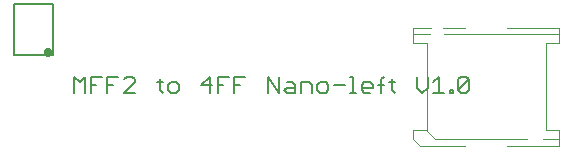
<source format=gto>
G75*
%MOIN*%
%OFA0B0*%
%FSLAX25Y25*%
%IPPOS*%
%LPD*%
%AMOC8*
5,1,8,0,0,1.08239X$1,22.5*
%
%ADD10C,0.00500*%
%ADD11C,0.00394*%
%ADD12C,0.01600*%
D10*
X0077800Y0063850D02*
X0077800Y0069355D01*
X0079635Y0067520D01*
X0081470Y0069355D01*
X0081470Y0063850D01*
X0083325Y0063850D02*
X0083325Y0069355D01*
X0086995Y0069355D01*
X0088849Y0069355D02*
X0092519Y0069355D01*
X0094374Y0068437D02*
X0095292Y0069355D01*
X0097127Y0069355D01*
X0098044Y0068437D01*
X0098044Y0067520D01*
X0094374Y0063850D01*
X0098044Y0063850D01*
X0090684Y0066602D02*
X0088849Y0066602D01*
X0088849Y0063850D02*
X0088849Y0069355D01*
X0085160Y0066602D02*
X0083325Y0066602D01*
X0105424Y0067520D02*
X0107258Y0067520D01*
X0106341Y0068437D02*
X0106341Y0064767D01*
X0107258Y0063850D01*
X0109107Y0064767D02*
X0110024Y0063850D01*
X0111859Y0063850D01*
X0112777Y0064767D01*
X0112777Y0066602D01*
X0111859Y0067520D01*
X0110024Y0067520D01*
X0109107Y0066602D01*
X0109107Y0064767D01*
X0120156Y0066602D02*
X0123826Y0066602D01*
X0125681Y0066602D02*
X0127516Y0066602D01*
X0131206Y0066602D02*
X0133040Y0066602D01*
X0131206Y0063850D02*
X0131206Y0069355D01*
X0134875Y0069355D01*
X0129351Y0069355D02*
X0125681Y0069355D01*
X0125681Y0063850D01*
X0122909Y0063850D02*
X0122909Y0069355D01*
X0120156Y0066602D01*
X0142255Y0063850D02*
X0142255Y0069355D01*
X0145925Y0063850D01*
X0145925Y0069355D01*
X0148697Y0067520D02*
X0150532Y0067520D01*
X0151450Y0066602D01*
X0151450Y0063850D01*
X0148697Y0063850D01*
X0147780Y0064767D01*
X0148697Y0065685D01*
X0151450Y0065685D01*
X0153304Y0063850D02*
X0153304Y0067520D01*
X0156057Y0067520D01*
X0156974Y0066602D01*
X0156974Y0063850D01*
X0158829Y0064767D02*
X0159747Y0063850D01*
X0161582Y0063850D01*
X0162499Y0064767D01*
X0162499Y0066602D01*
X0161582Y0067520D01*
X0159747Y0067520D01*
X0158829Y0066602D01*
X0158829Y0064767D01*
X0164354Y0066602D02*
X0168024Y0066602D01*
X0169879Y0063850D02*
X0171714Y0063850D01*
X0170796Y0063850D02*
X0170796Y0069355D01*
X0169879Y0069355D01*
X0173562Y0066602D02*
X0174479Y0067520D01*
X0176314Y0067520D01*
X0177232Y0066602D01*
X0177232Y0065685D01*
X0173562Y0065685D01*
X0173562Y0066602D02*
X0173562Y0064767D01*
X0174479Y0063850D01*
X0176314Y0063850D01*
X0180004Y0063850D02*
X0180004Y0068437D01*
X0180921Y0069355D01*
X0182770Y0067520D02*
X0184605Y0067520D01*
X0183687Y0068437D02*
X0183687Y0064767D01*
X0184605Y0063850D01*
X0180921Y0066602D02*
X0179086Y0066602D01*
X0191977Y0065685D02*
X0193812Y0063850D01*
X0195647Y0065685D01*
X0195647Y0069355D01*
X0197502Y0067520D02*
X0199337Y0069355D01*
X0199337Y0063850D01*
X0197502Y0063850D02*
X0201172Y0063850D01*
X0203027Y0063850D02*
X0203027Y0064767D01*
X0203944Y0064767D01*
X0203944Y0063850D01*
X0203027Y0063850D01*
X0205789Y0064767D02*
X0209459Y0068437D01*
X0209459Y0064767D01*
X0208542Y0063850D01*
X0206707Y0063850D01*
X0205789Y0064767D01*
X0205789Y0068437D01*
X0206707Y0069355D01*
X0208542Y0069355D01*
X0209459Y0068437D01*
X0191977Y0069355D02*
X0191977Y0065685D01*
X0070854Y0076592D02*
X0057854Y0076592D01*
X0057854Y0093592D01*
X0070854Y0093592D01*
X0070854Y0076592D01*
D11*
X0190837Y0080567D02*
X0190837Y0083520D01*
X0196546Y0083520D01*
X0196743Y0085685D02*
X0190837Y0085685D01*
X0190837Y0083520D01*
X0190837Y0080567D02*
X0195365Y0080567D01*
X0195365Y0051433D01*
X0194971Y0051433D01*
X0197924Y0048480D01*
X0228633Y0048480D01*
X0234144Y0048480D02*
X0239263Y0048480D01*
X0239263Y0046315D01*
X0221940Y0046315D01*
X0208160Y0046315D02*
X0193003Y0046315D01*
X0190837Y0048480D01*
X0190837Y0051433D01*
X0194971Y0051433D01*
X0235129Y0051433D02*
X0239263Y0051433D01*
X0239263Y0048480D01*
X0235129Y0051433D02*
X0235129Y0080567D01*
X0239263Y0080567D01*
X0239263Y0083520D01*
X0201074Y0083520D01*
X0200680Y0085685D02*
X0208160Y0085685D01*
X0221940Y0085685D02*
X0239263Y0085685D01*
X0239263Y0083520D01*
D12*
X0068364Y0077612D02*
X0068366Y0077659D01*
X0068372Y0077705D01*
X0068381Y0077751D01*
X0068395Y0077795D01*
X0068412Y0077839D01*
X0068433Y0077880D01*
X0068457Y0077920D01*
X0068484Y0077958D01*
X0068515Y0077993D01*
X0068548Y0078026D01*
X0068584Y0078056D01*
X0068623Y0078082D01*
X0068663Y0078106D01*
X0068705Y0078125D01*
X0068749Y0078142D01*
X0068794Y0078154D01*
X0068840Y0078163D01*
X0068886Y0078168D01*
X0068933Y0078169D01*
X0068979Y0078166D01*
X0069025Y0078159D01*
X0069071Y0078148D01*
X0069115Y0078134D01*
X0069158Y0078116D01*
X0069199Y0078094D01*
X0069239Y0078069D01*
X0069276Y0078041D01*
X0069311Y0078010D01*
X0069343Y0077976D01*
X0069372Y0077939D01*
X0069397Y0077901D01*
X0069420Y0077860D01*
X0069439Y0077817D01*
X0069454Y0077773D01*
X0069466Y0077728D01*
X0069474Y0077682D01*
X0069478Y0077635D01*
X0069478Y0077589D01*
X0069474Y0077542D01*
X0069466Y0077496D01*
X0069454Y0077451D01*
X0069439Y0077407D01*
X0069420Y0077364D01*
X0069397Y0077323D01*
X0069372Y0077285D01*
X0069343Y0077248D01*
X0069311Y0077214D01*
X0069276Y0077183D01*
X0069239Y0077155D01*
X0069200Y0077130D01*
X0069158Y0077108D01*
X0069115Y0077090D01*
X0069071Y0077076D01*
X0069025Y0077065D01*
X0068979Y0077058D01*
X0068933Y0077055D01*
X0068886Y0077056D01*
X0068840Y0077061D01*
X0068794Y0077070D01*
X0068749Y0077082D01*
X0068705Y0077099D01*
X0068663Y0077118D01*
X0068623Y0077142D01*
X0068584Y0077168D01*
X0068548Y0077198D01*
X0068515Y0077231D01*
X0068484Y0077266D01*
X0068457Y0077304D01*
X0068433Y0077344D01*
X0068412Y0077385D01*
X0068395Y0077429D01*
X0068381Y0077473D01*
X0068372Y0077519D01*
X0068366Y0077565D01*
X0068364Y0077612D01*
M02*

</source>
